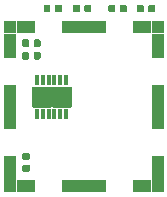
<source format=gbr>
G04 #@! TF.GenerationSoftware,KiCad,Pcbnew,5.1.5-52549c5~84~ubuntu18.04.1*
G04 #@! TF.CreationDate,2020-05-04T21:01:36+02:00*
G04 #@! TF.ProjectId,rs485_adapter,72733438-355f-4616-9461-707465722e6b,rev?*
G04 #@! TF.SameCoordinates,Original*
G04 #@! TF.FileFunction,Paste,Top*
G04 #@! TF.FilePolarity,Positive*
%FSLAX46Y46*%
G04 Gerber Fmt 4.6, Leading zero omitted, Abs format (unit mm)*
G04 Created by KiCad (PCBNEW 5.1.5-52549c5~84~ubuntu18.04.1) date 2020-05-04 21:01:36*
%MOMM*%
%LPD*%
G04 APERTURE LIST*
%ADD10C,0.025400*%
%ADD11R,1.000000X1.000000*%
%ADD12R,1.650000X1.000000*%
%ADD13R,3.800000X1.000000*%
%ADD14R,1.000000X2.130000*%
%ADD15R,1.000000X3.800000*%
%ADD16C,0.100000*%
%ADD17R,0.304800X0.812800*%
%ADD18R,3.403600X1.803400*%
G04 APERTURE END LIST*
D10*
G36*
X126798200Y-106121700D02*
G01*
X128300000Y-106121700D01*
X128300000Y-104518300D01*
X126798200Y-104518300D01*
X126798200Y-106121700D01*
G37*
X126798200Y-106121700D02*
X128300000Y-106121700D01*
X128300000Y-104518300D01*
X126798200Y-104518300D01*
X126798200Y-106121700D01*
G36*
X128500000Y-106121700D02*
G01*
X130001800Y-106121700D01*
X130001800Y-104518300D01*
X128500000Y-104518300D01*
X128500000Y-106121700D01*
G37*
X128500000Y-106121700D02*
X130001800Y-106121700D01*
X130001800Y-104518300D01*
X128500000Y-104518300D01*
X128500000Y-106121700D01*
D11*
X124875001Y-99395001D03*
X137375001Y-99395001D03*
X137375001Y-112855001D03*
X124875001Y-112855001D03*
D12*
X126200001Y-99395001D03*
X126200001Y-112855001D03*
D13*
X131125001Y-99395001D03*
X131125001Y-112855001D03*
D12*
X136050001Y-99395001D03*
X136050001Y-112855001D03*
D14*
X124875001Y-100960001D03*
X137375001Y-100960001D03*
D15*
X124875001Y-106125001D03*
X137375001Y-106125001D03*
D14*
X124875001Y-111290001D03*
X137375001Y-111290001D03*
D16*
G36*
X127336958Y-101480710D02*
G01*
X127351276Y-101482834D01*
X127365317Y-101486351D01*
X127378946Y-101491228D01*
X127392031Y-101497417D01*
X127404447Y-101504858D01*
X127416073Y-101513481D01*
X127426798Y-101523202D01*
X127436519Y-101533927D01*
X127445142Y-101545553D01*
X127452583Y-101557969D01*
X127458772Y-101571054D01*
X127463649Y-101584683D01*
X127467166Y-101598724D01*
X127469290Y-101613042D01*
X127470000Y-101627500D01*
X127470000Y-101972500D01*
X127469290Y-101986958D01*
X127467166Y-102001276D01*
X127463649Y-102015317D01*
X127458772Y-102028946D01*
X127452583Y-102042031D01*
X127445142Y-102054447D01*
X127436519Y-102066073D01*
X127426798Y-102076798D01*
X127416073Y-102086519D01*
X127404447Y-102095142D01*
X127392031Y-102102583D01*
X127378946Y-102108772D01*
X127365317Y-102113649D01*
X127351276Y-102117166D01*
X127336958Y-102119290D01*
X127322500Y-102120000D01*
X127027500Y-102120000D01*
X127013042Y-102119290D01*
X126998724Y-102117166D01*
X126984683Y-102113649D01*
X126971054Y-102108772D01*
X126957969Y-102102583D01*
X126945553Y-102095142D01*
X126933927Y-102086519D01*
X126923202Y-102076798D01*
X126913481Y-102066073D01*
X126904858Y-102054447D01*
X126897417Y-102042031D01*
X126891228Y-102028946D01*
X126886351Y-102015317D01*
X126882834Y-102001276D01*
X126880710Y-101986958D01*
X126880000Y-101972500D01*
X126880000Y-101627500D01*
X126880710Y-101613042D01*
X126882834Y-101598724D01*
X126886351Y-101584683D01*
X126891228Y-101571054D01*
X126897417Y-101557969D01*
X126904858Y-101545553D01*
X126913481Y-101533927D01*
X126923202Y-101523202D01*
X126933927Y-101513481D01*
X126945553Y-101504858D01*
X126957969Y-101497417D01*
X126971054Y-101491228D01*
X126984683Y-101486351D01*
X126998724Y-101482834D01*
X127013042Y-101480710D01*
X127027500Y-101480000D01*
X127322500Y-101480000D01*
X127336958Y-101480710D01*
G37*
G36*
X126366958Y-101480710D02*
G01*
X126381276Y-101482834D01*
X126395317Y-101486351D01*
X126408946Y-101491228D01*
X126422031Y-101497417D01*
X126434447Y-101504858D01*
X126446073Y-101513481D01*
X126456798Y-101523202D01*
X126466519Y-101533927D01*
X126475142Y-101545553D01*
X126482583Y-101557969D01*
X126488772Y-101571054D01*
X126493649Y-101584683D01*
X126497166Y-101598724D01*
X126499290Y-101613042D01*
X126500000Y-101627500D01*
X126500000Y-101972500D01*
X126499290Y-101986958D01*
X126497166Y-102001276D01*
X126493649Y-102015317D01*
X126488772Y-102028946D01*
X126482583Y-102042031D01*
X126475142Y-102054447D01*
X126466519Y-102066073D01*
X126456798Y-102076798D01*
X126446073Y-102086519D01*
X126434447Y-102095142D01*
X126422031Y-102102583D01*
X126408946Y-102108772D01*
X126395317Y-102113649D01*
X126381276Y-102117166D01*
X126366958Y-102119290D01*
X126352500Y-102120000D01*
X126057500Y-102120000D01*
X126043042Y-102119290D01*
X126028724Y-102117166D01*
X126014683Y-102113649D01*
X126001054Y-102108772D01*
X125987969Y-102102583D01*
X125975553Y-102095142D01*
X125963927Y-102086519D01*
X125953202Y-102076798D01*
X125943481Y-102066073D01*
X125934858Y-102054447D01*
X125927417Y-102042031D01*
X125921228Y-102028946D01*
X125916351Y-102015317D01*
X125912834Y-102001276D01*
X125910710Y-101986958D01*
X125910000Y-101972500D01*
X125910000Y-101627500D01*
X125910710Y-101613042D01*
X125912834Y-101598724D01*
X125916351Y-101584683D01*
X125921228Y-101571054D01*
X125927417Y-101557969D01*
X125934858Y-101545553D01*
X125943481Y-101533927D01*
X125953202Y-101523202D01*
X125963927Y-101513481D01*
X125975553Y-101504858D01*
X125987969Y-101497417D01*
X126001054Y-101491228D01*
X126014683Y-101486351D01*
X126028724Y-101482834D01*
X126043042Y-101480710D01*
X126057500Y-101480000D01*
X126352500Y-101480000D01*
X126366958Y-101480710D01*
G37*
G36*
X126366958Y-100405710D02*
G01*
X126381276Y-100407834D01*
X126395317Y-100411351D01*
X126408946Y-100416228D01*
X126422031Y-100422417D01*
X126434447Y-100429858D01*
X126446073Y-100438481D01*
X126456798Y-100448202D01*
X126466519Y-100458927D01*
X126475142Y-100470553D01*
X126482583Y-100482969D01*
X126488772Y-100496054D01*
X126493649Y-100509683D01*
X126497166Y-100523724D01*
X126499290Y-100538042D01*
X126500000Y-100552500D01*
X126500000Y-100897500D01*
X126499290Y-100911958D01*
X126497166Y-100926276D01*
X126493649Y-100940317D01*
X126488772Y-100953946D01*
X126482583Y-100967031D01*
X126475142Y-100979447D01*
X126466519Y-100991073D01*
X126456798Y-101001798D01*
X126446073Y-101011519D01*
X126434447Y-101020142D01*
X126422031Y-101027583D01*
X126408946Y-101033772D01*
X126395317Y-101038649D01*
X126381276Y-101042166D01*
X126366958Y-101044290D01*
X126352500Y-101045000D01*
X126057500Y-101045000D01*
X126043042Y-101044290D01*
X126028724Y-101042166D01*
X126014683Y-101038649D01*
X126001054Y-101033772D01*
X125987969Y-101027583D01*
X125975553Y-101020142D01*
X125963927Y-101011519D01*
X125953202Y-101001798D01*
X125943481Y-100991073D01*
X125934858Y-100979447D01*
X125927417Y-100967031D01*
X125921228Y-100953946D01*
X125916351Y-100940317D01*
X125912834Y-100926276D01*
X125910710Y-100911958D01*
X125910000Y-100897500D01*
X125910000Y-100552500D01*
X125910710Y-100538042D01*
X125912834Y-100523724D01*
X125916351Y-100509683D01*
X125921228Y-100496054D01*
X125927417Y-100482969D01*
X125934858Y-100470553D01*
X125943481Y-100458927D01*
X125953202Y-100448202D01*
X125963927Y-100438481D01*
X125975553Y-100429858D01*
X125987969Y-100422417D01*
X126001054Y-100416228D01*
X126014683Y-100411351D01*
X126028724Y-100407834D01*
X126043042Y-100405710D01*
X126057500Y-100405000D01*
X126352500Y-100405000D01*
X126366958Y-100405710D01*
G37*
G36*
X127336958Y-100405710D02*
G01*
X127351276Y-100407834D01*
X127365317Y-100411351D01*
X127378946Y-100416228D01*
X127392031Y-100422417D01*
X127404447Y-100429858D01*
X127416073Y-100438481D01*
X127426798Y-100448202D01*
X127436519Y-100458927D01*
X127445142Y-100470553D01*
X127452583Y-100482969D01*
X127458772Y-100496054D01*
X127463649Y-100509683D01*
X127467166Y-100523724D01*
X127469290Y-100538042D01*
X127470000Y-100552500D01*
X127470000Y-100897500D01*
X127469290Y-100911958D01*
X127467166Y-100926276D01*
X127463649Y-100940317D01*
X127458772Y-100953946D01*
X127452583Y-100967031D01*
X127445142Y-100979447D01*
X127436519Y-100991073D01*
X127426798Y-101001798D01*
X127416073Y-101011519D01*
X127404447Y-101020142D01*
X127392031Y-101027583D01*
X127378946Y-101033772D01*
X127365317Y-101038649D01*
X127351276Y-101042166D01*
X127336958Y-101044290D01*
X127322500Y-101045000D01*
X127027500Y-101045000D01*
X127013042Y-101044290D01*
X126998724Y-101042166D01*
X126984683Y-101038649D01*
X126971054Y-101033772D01*
X126957969Y-101027583D01*
X126945553Y-101020142D01*
X126933927Y-101011519D01*
X126923202Y-101001798D01*
X126913481Y-100991073D01*
X126904858Y-100979447D01*
X126897417Y-100967031D01*
X126891228Y-100953946D01*
X126886351Y-100940317D01*
X126882834Y-100926276D01*
X126880710Y-100911958D01*
X126880000Y-100897500D01*
X126880000Y-100552500D01*
X126880710Y-100538042D01*
X126882834Y-100523724D01*
X126886351Y-100509683D01*
X126891228Y-100496054D01*
X126897417Y-100482969D01*
X126904858Y-100470553D01*
X126913481Y-100458927D01*
X126923202Y-100448202D01*
X126933927Y-100438481D01*
X126945553Y-100429858D01*
X126957969Y-100422417D01*
X126971054Y-100416228D01*
X126984683Y-100411351D01*
X126998724Y-100407834D01*
X127013042Y-100405710D01*
X127027500Y-100405000D01*
X127322500Y-100405000D01*
X127336958Y-100405710D01*
G37*
G36*
X126426958Y-111010710D02*
G01*
X126441276Y-111012834D01*
X126455317Y-111016351D01*
X126468946Y-111021228D01*
X126482031Y-111027417D01*
X126494447Y-111034858D01*
X126506073Y-111043481D01*
X126516798Y-111053202D01*
X126526519Y-111063927D01*
X126535142Y-111075553D01*
X126542583Y-111087969D01*
X126548772Y-111101054D01*
X126553649Y-111114683D01*
X126557166Y-111128724D01*
X126559290Y-111143042D01*
X126560000Y-111157500D01*
X126560000Y-111452500D01*
X126559290Y-111466958D01*
X126557166Y-111481276D01*
X126553649Y-111495317D01*
X126548772Y-111508946D01*
X126542583Y-111522031D01*
X126535142Y-111534447D01*
X126526519Y-111546073D01*
X126516798Y-111556798D01*
X126506073Y-111566519D01*
X126494447Y-111575142D01*
X126482031Y-111582583D01*
X126468946Y-111588772D01*
X126455317Y-111593649D01*
X126441276Y-111597166D01*
X126426958Y-111599290D01*
X126412500Y-111600000D01*
X126067500Y-111600000D01*
X126053042Y-111599290D01*
X126038724Y-111597166D01*
X126024683Y-111593649D01*
X126011054Y-111588772D01*
X125997969Y-111582583D01*
X125985553Y-111575142D01*
X125973927Y-111566519D01*
X125963202Y-111556798D01*
X125953481Y-111546073D01*
X125944858Y-111534447D01*
X125937417Y-111522031D01*
X125931228Y-111508946D01*
X125926351Y-111495317D01*
X125922834Y-111481276D01*
X125920710Y-111466958D01*
X125920000Y-111452500D01*
X125920000Y-111157500D01*
X125920710Y-111143042D01*
X125922834Y-111128724D01*
X125926351Y-111114683D01*
X125931228Y-111101054D01*
X125937417Y-111087969D01*
X125944858Y-111075553D01*
X125953481Y-111063927D01*
X125963202Y-111053202D01*
X125973927Y-111043481D01*
X125985553Y-111034858D01*
X125997969Y-111027417D01*
X126011054Y-111021228D01*
X126024683Y-111016351D01*
X126038724Y-111012834D01*
X126053042Y-111010710D01*
X126067500Y-111010000D01*
X126412500Y-111010000D01*
X126426958Y-111010710D01*
G37*
G36*
X126426958Y-110040710D02*
G01*
X126441276Y-110042834D01*
X126455317Y-110046351D01*
X126468946Y-110051228D01*
X126482031Y-110057417D01*
X126494447Y-110064858D01*
X126506073Y-110073481D01*
X126516798Y-110083202D01*
X126526519Y-110093927D01*
X126535142Y-110105553D01*
X126542583Y-110117969D01*
X126548772Y-110131054D01*
X126553649Y-110144683D01*
X126557166Y-110158724D01*
X126559290Y-110173042D01*
X126560000Y-110187500D01*
X126560000Y-110482500D01*
X126559290Y-110496958D01*
X126557166Y-110511276D01*
X126553649Y-110525317D01*
X126548772Y-110538946D01*
X126542583Y-110552031D01*
X126535142Y-110564447D01*
X126526519Y-110576073D01*
X126516798Y-110586798D01*
X126506073Y-110596519D01*
X126494447Y-110605142D01*
X126482031Y-110612583D01*
X126468946Y-110618772D01*
X126455317Y-110623649D01*
X126441276Y-110627166D01*
X126426958Y-110629290D01*
X126412500Y-110630000D01*
X126067500Y-110630000D01*
X126053042Y-110629290D01*
X126038724Y-110627166D01*
X126024683Y-110623649D01*
X126011054Y-110618772D01*
X125997969Y-110612583D01*
X125985553Y-110605142D01*
X125973927Y-110596519D01*
X125963202Y-110586798D01*
X125953481Y-110576073D01*
X125944858Y-110564447D01*
X125937417Y-110552031D01*
X125931228Y-110538946D01*
X125926351Y-110525317D01*
X125922834Y-110511276D01*
X125920710Y-110496958D01*
X125920000Y-110482500D01*
X125920000Y-110187500D01*
X125920710Y-110173042D01*
X125922834Y-110158724D01*
X125926351Y-110144683D01*
X125931228Y-110131054D01*
X125937417Y-110117969D01*
X125944858Y-110105553D01*
X125953481Y-110093927D01*
X125963202Y-110083202D01*
X125973927Y-110073481D01*
X125985553Y-110064858D01*
X125997969Y-110057417D01*
X126011054Y-110051228D01*
X126024683Y-110046351D01*
X126038724Y-110042834D01*
X126053042Y-110040710D01*
X126067500Y-110040000D01*
X126412500Y-110040000D01*
X126426958Y-110040710D01*
G37*
D17*
X127150000Y-106767800D03*
X127650000Y-106767800D03*
X128150000Y-106767800D03*
X128650000Y-106767800D03*
X129150000Y-106767800D03*
X129650000Y-106767800D03*
X129650000Y-103872200D03*
X129150000Y-103872200D03*
X128650000Y-103872200D03*
X128150000Y-103872200D03*
X127650000Y-103872200D03*
X127150000Y-103872200D03*
D18*
X128400000Y-105320000D03*
D16*
G36*
X137046958Y-97480710D02*
G01*
X137061276Y-97482834D01*
X137075317Y-97486351D01*
X137088946Y-97491228D01*
X137102031Y-97497417D01*
X137114447Y-97504858D01*
X137126073Y-97513481D01*
X137136798Y-97523202D01*
X137146519Y-97533927D01*
X137155142Y-97545553D01*
X137162583Y-97557969D01*
X137168772Y-97571054D01*
X137173649Y-97584683D01*
X137177166Y-97598724D01*
X137179290Y-97613042D01*
X137180000Y-97627500D01*
X137180000Y-97972500D01*
X137179290Y-97986958D01*
X137177166Y-98001276D01*
X137173649Y-98015317D01*
X137168772Y-98028946D01*
X137162583Y-98042031D01*
X137155142Y-98054447D01*
X137146519Y-98066073D01*
X137136798Y-98076798D01*
X137126073Y-98086519D01*
X137114447Y-98095142D01*
X137102031Y-98102583D01*
X137088946Y-98108772D01*
X137075317Y-98113649D01*
X137061276Y-98117166D01*
X137046958Y-98119290D01*
X137032500Y-98120000D01*
X136737500Y-98120000D01*
X136723042Y-98119290D01*
X136708724Y-98117166D01*
X136694683Y-98113649D01*
X136681054Y-98108772D01*
X136667969Y-98102583D01*
X136655553Y-98095142D01*
X136643927Y-98086519D01*
X136633202Y-98076798D01*
X136623481Y-98066073D01*
X136614858Y-98054447D01*
X136607417Y-98042031D01*
X136601228Y-98028946D01*
X136596351Y-98015317D01*
X136592834Y-98001276D01*
X136590710Y-97986958D01*
X136590000Y-97972500D01*
X136590000Y-97627500D01*
X136590710Y-97613042D01*
X136592834Y-97598724D01*
X136596351Y-97584683D01*
X136601228Y-97571054D01*
X136607417Y-97557969D01*
X136614858Y-97545553D01*
X136623481Y-97533927D01*
X136633202Y-97523202D01*
X136643927Y-97513481D01*
X136655553Y-97504858D01*
X136667969Y-97497417D01*
X136681054Y-97491228D01*
X136694683Y-97486351D01*
X136708724Y-97482834D01*
X136723042Y-97480710D01*
X136737500Y-97480000D01*
X137032500Y-97480000D01*
X137046958Y-97480710D01*
G37*
G36*
X136076958Y-97480710D02*
G01*
X136091276Y-97482834D01*
X136105317Y-97486351D01*
X136118946Y-97491228D01*
X136132031Y-97497417D01*
X136144447Y-97504858D01*
X136156073Y-97513481D01*
X136166798Y-97523202D01*
X136176519Y-97533927D01*
X136185142Y-97545553D01*
X136192583Y-97557969D01*
X136198772Y-97571054D01*
X136203649Y-97584683D01*
X136207166Y-97598724D01*
X136209290Y-97613042D01*
X136210000Y-97627500D01*
X136210000Y-97972500D01*
X136209290Y-97986958D01*
X136207166Y-98001276D01*
X136203649Y-98015317D01*
X136198772Y-98028946D01*
X136192583Y-98042031D01*
X136185142Y-98054447D01*
X136176519Y-98066073D01*
X136166798Y-98076798D01*
X136156073Y-98086519D01*
X136144447Y-98095142D01*
X136132031Y-98102583D01*
X136118946Y-98108772D01*
X136105317Y-98113649D01*
X136091276Y-98117166D01*
X136076958Y-98119290D01*
X136062500Y-98120000D01*
X135767500Y-98120000D01*
X135753042Y-98119290D01*
X135738724Y-98117166D01*
X135724683Y-98113649D01*
X135711054Y-98108772D01*
X135697969Y-98102583D01*
X135685553Y-98095142D01*
X135673927Y-98086519D01*
X135663202Y-98076798D01*
X135653481Y-98066073D01*
X135644858Y-98054447D01*
X135637417Y-98042031D01*
X135631228Y-98028946D01*
X135626351Y-98015317D01*
X135622834Y-98001276D01*
X135620710Y-97986958D01*
X135620000Y-97972500D01*
X135620000Y-97627500D01*
X135620710Y-97613042D01*
X135622834Y-97598724D01*
X135626351Y-97584683D01*
X135631228Y-97571054D01*
X135637417Y-97557969D01*
X135644858Y-97545553D01*
X135653481Y-97533927D01*
X135663202Y-97523202D01*
X135673927Y-97513481D01*
X135685553Y-97504858D01*
X135697969Y-97497417D01*
X135711054Y-97491228D01*
X135724683Y-97486351D01*
X135738724Y-97482834D01*
X135753042Y-97480710D01*
X135767500Y-97480000D01*
X136062500Y-97480000D01*
X136076958Y-97480710D01*
G37*
G36*
X130676958Y-97480710D02*
G01*
X130691276Y-97482834D01*
X130705317Y-97486351D01*
X130718946Y-97491228D01*
X130732031Y-97497417D01*
X130744447Y-97504858D01*
X130756073Y-97513481D01*
X130766798Y-97523202D01*
X130776519Y-97533927D01*
X130785142Y-97545553D01*
X130792583Y-97557969D01*
X130798772Y-97571054D01*
X130803649Y-97584683D01*
X130807166Y-97598724D01*
X130809290Y-97613042D01*
X130810000Y-97627500D01*
X130810000Y-97972500D01*
X130809290Y-97986958D01*
X130807166Y-98001276D01*
X130803649Y-98015317D01*
X130798772Y-98028946D01*
X130792583Y-98042031D01*
X130785142Y-98054447D01*
X130776519Y-98066073D01*
X130766798Y-98076798D01*
X130756073Y-98086519D01*
X130744447Y-98095142D01*
X130732031Y-98102583D01*
X130718946Y-98108772D01*
X130705317Y-98113649D01*
X130691276Y-98117166D01*
X130676958Y-98119290D01*
X130662500Y-98120000D01*
X130367500Y-98120000D01*
X130353042Y-98119290D01*
X130338724Y-98117166D01*
X130324683Y-98113649D01*
X130311054Y-98108772D01*
X130297969Y-98102583D01*
X130285553Y-98095142D01*
X130273927Y-98086519D01*
X130263202Y-98076798D01*
X130253481Y-98066073D01*
X130244858Y-98054447D01*
X130237417Y-98042031D01*
X130231228Y-98028946D01*
X130226351Y-98015317D01*
X130222834Y-98001276D01*
X130220710Y-97986958D01*
X130220000Y-97972500D01*
X130220000Y-97627500D01*
X130220710Y-97613042D01*
X130222834Y-97598724D01*
X130226351Y-97584683D01*
X130231228Y-97571054D01*
X130237417Y-97557969D01*
X130244858Y-97545553D01*
X130253481Y-97533927D01*
X130263202Y-97523202D01*
X130273927Y-97513481D01*
X130285553Y-97504858D01*
X130297969Y-97497417D01*
X130311054Y-97491228D01*
X130324683Y-97486351D01*
X130338724Y-97482834D01*
X130353042Y-97480710D01*
X130367500Y-97480000D01*
X130662500Y-97480000D01*
X130676958Y-97480710D01*
G37*
G36*
X131646958Y-97480710D02*
G01*
X131661276Y-97482834D01*
X131675317Y-97486351D01*
X131688946Y-97491228D01*
X131702031Y-97497417D01*
X131714447Y-97504858D01*
X131726073Y-97513481D01*
X131736798Y-97523202D01*
X131746519Y-97533927D01*
X131755142Y-97545553D01*
X131762583Y-97557969D01*
X131768772Y-97571054D01*
X131773649Y-97584683D01*
X131777166Y-97598724D01*
X131779290Y-97613042D01*
X131780000Y-97627500D01*
X131780000Y-97972500D01*
X131779290Y-97986958D01*
X131777166Y-98001276D01*
X131773649Y-98015317D01*
X131768772Y-98028946D01*
X131762583Y-98042031D01*
X131755142Y-98054447D01*
X131746519Y-98066073D01*
X131736798Y-98076798D01*
X131726073Y-98086519D01*
X131714447Y-98095142D01*
X131702031Y-98102583D01*
X131688946Y-98108772D01*
X131675317Y-98113649D01*
X131661276Y-98117166D01*
X131646958Y-98119290D01*
X131632500Y-98120000D01*
X131337500Y-98120000D01*
X131323042Y-98119290D01*
X131308724Y-98117166D01*
X131294683Y-98113649D01*
X131281054Y-98108772D01*
X131267969Y-98102583D01*
X131255553Y-98095142D01*
X131243927Y-98086519D01*
X131233202Y-98076798D01*
X131223481Y-98066073D01*
X131214858Y-98054447D01*
X131207417Y-98042031D01*
X131201228Y-98028946D01*
X131196351Y-98015317D01*
X131192834Y-98001276D01*
X131190710Y-97986958D01*
X131190000Y-97972500D01*
X131190000Y-97627500D01*
X131190710Y-97613042D01*
X131192834Y-97598724D01*
X131196351Y-97584683D01*
X131201228Y-97571054D01*
X131207417Y-97557969D01*
X131214858Y-97545553D01*
X131223481Y-97533927D01*
X131233202Y-97523202D01*
X131243927Y-97513481D01*
X131255553Y-97504858D01*
X131267969Y-97497417D01*
X131281054Y-97491228D01*
X131294683Y-97486351D01*
X131308724Y-97482834D01*
X131323042Y-97480710D01*
X131337500Y-97480000D01*
X131632500Y-97480000D01*
X131646958Y-97480710D01*
G37*
G36*
X134646958Y-97480710D02*
G01*
X134661276Y-97482834D01*
X134675317Y-97486351D01*
X134688946Y-97491228D01*
X134702031Y-97497417D01*
X134714447Y-97504858D01*
X134726073Y-97513481D01*
X134736798Y-97523202D01*
X134746519Y-97533927D01*
X134755142Y-97545553D01*
X134762583Y-97557969D01*
X134768772Y-97571054D01*
X134773649Y-97584683D01*
X134777166Y-97598724D01*
X134779290Y-97613042D01*
X134780000Y-97627500D01*
X134780000Y-97972500D01*
X134779290Y-97986958D01*
X134777166Y-98001276D01*
X134773649Y-98015317D01*
X134768772Y-98028946D01*
X134762583Y-98042031D01*
X134755142Y-98054447D01*
X134746519Y-98066073D01*
X134736798Y-98076798D01*
X134726073Y-98086519D01*
X134714447Y-98095142D01*
X134702031Y-98102583D01*
X134688946Y-98108772D01*
X134675317Y-98113649D01*
X134661276Y-98117166D01*
X134646958Y-98119290D01*
X134632500Y-98120000D01*
X134337500Y-98120000D01*
X134323042Y-98119290D01*
X134308724Y-98117166D01*
X134294683Y-98113649D01*
X134281054Y-98108772D01*
X134267969Y-98102583D01*
X134255553Y-98095142D01*
X134243927Y-98086519D01*
X134233202Y-98076798D01*
X134223481Y-98066073D01*
X134214858Y-98054447D01*
X134207417Y-98042031D01*
X134201228Y-98028946D01*
X134196351Y-98015317D01*
X134192834Y-98001276D01*
X134190710Y-97986958D01*
X134190000Y-97972500D01*
X134190000Y-97627500D01*
X134190710Y-97613042D01*
X134192834Y-97598724D01*
X134196351Y-97584683D01*
X134201228Y-97571054D01*
X134207417Y-97557969D01*
X134214858Y-97545553D01*
X134223481Y-97533927D01*
X134233202Y-97523202D01*
X134243927Y-97513481D01*
X134255553Y-97504858D01*
X134267969Y-97497417D01*
X134281054Y-97491228D01*
X134294683Y-97486351D01*
X134308724Y-97482834D01*
X134323042Y-97480710D01*
X134337500Y-97480000D01*
X134632500Y-97480000D01*
X134646958Y-97480710D01*
G37*
G36*
X133676958Y-97480710D02*
G01*
X133691276Y-97482834D01*
X133705317Y-97486351D01*
X133718946Y-97491228D01*
X133732031Y-97497417D01*
X133744447Y-97504858D01*
X133756073Y-97513481D01*
X133766798Y-97523202D01*
X133776519Y-97533927D01*
X133785142Y-97545553D01*
X133792583Y-97557969D01*
X133798772Y-97571054D01*
X133803649Y-97584683D01*
X133807166Y-97598724D01*
X133809290Y-97613042D01*
X133810000Y-97627500D01*
X133810000Y-97972500D01*
X133809290Y-97986958D01*
X133807166Y-98001276D01*
X133803649Y-98015317D01*
X133798772Y-98028946D01*
X133792583Y-98042031D01*
X133785142Y-98054447D01*
X133776519Y-98066073D01*
X133766798Y-98076798D01*
X133756073Y-98086519D01*
X133744447Y-98095142D01*
X133732031Y-98102583D01*
X133718946Y-98108772D01*
X133705317Y-98113649D01*
X133691276Y-98117166D01*
X133676958Y-98119290D01*
X133662500Y-98120000D01*
X133367500Y-98120000D01*
X133353042Y-98119290D01*
X133338724Y-98117166D01*
X133324683Y-98113649D01*
X133311054Y-98108772D01*
X133297969Y-98102583D01*
X133285553Y-98095142D01*
X133273927Y-98086519D01*
X133263202Y-98076798D01*
X133253481Y-98066073D01*
X133244858Y-98054447D01*
X133237417Y-98042031D01*
X133231228Y-98028946D01*
X133226351Y-98015317D01*
X133222834Y-98001276D01*
X133220710Y-97986958D01*
X133220000Y-97972500D01*
X133220000Y-97627500D01*
X133220710Y-97613042D01*
X133222834Y-97598724D01*
X133226351Y-97584683D01*
X133231228Y-97571054D01*
X133237417Y-97557969D01*
X133244858Y-97545553D01*
X133253481Y-97533927D01*
X133263202Y-97523202D01*
X133273927Y-97513481D01*
X133285553Y-97504858D01*
X133297969Y-97497417D01*
X133311054Y-97491228D01*
X133324683Y-97486351D01*
X133338724Y-97482834D01*
X133353042Y-97480710D01*
X133367500Y-97480000D01*
X133662500Y-97480000D01*
X133676958Y-97480710D01*
G37*
G36*
X128176958Y-97480710D02*
G01*
X128191276Y-97482834D01*
X128205317Y-97486351D01*
X128218946Y-97491228D01*
X128232031Y-97497417D01*
X128244447Y-97504858D01*
X128256073Y-97513481D01*
X128266798Y-97523202D01*
X128276519Y-97533927D01*
X128285142Y-97545553D01*
X128292583Y-97557969D01*
X128298772Y-97571054D01*
X128303649Y-97584683D01*
X128307166Y-97598724D01*
X128309290Y-97613042D01*
X128310000Y-97627500D01*
X128310000Y-97972500D01*
X128309290Y-97986958D01*
X128307166Y-98001276D01*
X128303649Y-98015317D01*
X128298772Y-98028946D01*
X128292583Y-98042031D01*
X128285142Y-98054447D01*
X128276519Y-98066073D01*
X128266798Y-98076798D01*
X128256073Y-98086519D01*
X128244447Y-98095142D01*
X128232031Y-98102583D01*
X128218946Y-98108772D01*
X128205317Y-98113649D01*
X128191276Y-98117166D01*
X128176958Y-98119290D01*
X128162500Y-98120000D01*
X127867500Y-98120000D01*
X127853042Y-98119290D01*
X127838724Y-98117166D01*
X127824683Y-98113649D01*
X127811054Y-98108772D01*
X127797969Y-98102583D01*
X127785553Y-98095142D01*
X127773927Y-98086519D01*
X127763202Y-98076798D01*
X127753481Y-98066073D01*
X127744858Y-98054447D01*
X127737417Y-98042031D01*
X127731228Y-98028946D01*
X127726351Y-98015317D01*
X127722834Y-98001276D01*
X127720710Y-97986958D01*
X127720000Y-97972500D01*
X127720000Y-97627500D01*
X127720710Y-97613042D01*
X127722834Y-97598724D01*
X127726351Y-97584683D01*
X127731228Y-97571054D01*
X127737417Y-97557969D01*
X127744858Y-97545553D01*
X127753481Y-97533927D01*
X127763202Y-97523202D01*
X127773927Y-97513481D01*
X127785553Y-97504858D01*
X127797969Y-97497417D01*
X127811054Y-97491228D01*
X127824683Y-97486351D01*
X127838724Y-97482834D01*
X127853042Y-97480710D01*
X127867500Y-97480000D01*
X128162500Y-97480000D01*
X128176958Y-97480710D01*
G37*
G36*
X129146958Y-97480710D02*
G01*
X129161276Y-97482834D01*
X129175317Y-97486351D01*
X129188946Y-97491228D01*
X129202031Y-97497417D01*
X129214447Y-97504858D01*
X129226073Y-97513481D01*
X129236798Y-97523202D01*
X129246519Y-97533927D01*
X129255142Y-97545553D01*
X129262583Y-97557969D01*
X129268772Y-97571054D01*
X129273649Y-97584683D01*
X129277166Y-97598724D01*
X129279290Y-97613042D01*
X129280000Y-97627500D01*
X129280000Y-97972500D01*
X129279290Y-97986958D01*
X129277166Y-98001276D01*
X129273649Y-98015317D01*
X129268772Y-98028946D01*
X129262583Y-98042031D01*
X129255142Y-98054447D01*
X129246519Y-98066073D01*
X129236798Y-98076798D01*
X129226073Y-98086519D01*
X129214447Y-98095142D01*
X129202031Y-98102583D01*
X129188946Y-98108772D01*
X129175317Y-98113649D01*
X129161276Y-98117166D01*
X129146958Y-98119290D01*
X129132500Y-98120000D01*
X128837500Y-98120000D01*
X128823042Y-98119290D01*
X128808724Y-98117166D01*
X128794683Y-98113649D01*
X128781054Y-98108772D01*
X128767969Y-98102583D01*
X128755553Y-98095142D01*
X128743927Y-98086519D01*
X128733202Y-98076798D01*
X128723481Y-98066073D01*
X128714858Y-98054447D01*
X128707417Y-98042031D01*
X128701228Y-98028946D01*
X128696351Y-98015317D01*
X128692834Y-98001276D01*
X128690710Y-97986958D01*
X128690000Y-97972500D01*
X128690000Y-97627500D01*
X128690710Y-97613042D01*
X128692834Y-97598724D01*
X128696351Y-97584683D01*
X128701228Y-97571054D01*
X128707417Y-97557969D01*
X128714858Y-97545553D01*
X128723481Y-97533927D01*
X128733202Y-97523202D01*
X128743927Y-97513481D01*
X128755553Y-97504858D01*
X128767969Y-97497417D01*
X128781054Y-97491228D01*
X128794683Y-97486351D01*
X128808724Y-97482834D01*
X128823042Y-97480710D01*
X128837500Y-97480000D01*
X129132500Y-97480000D01*
X129146958Y-97480710D01*
G37*
M02*

</source>
